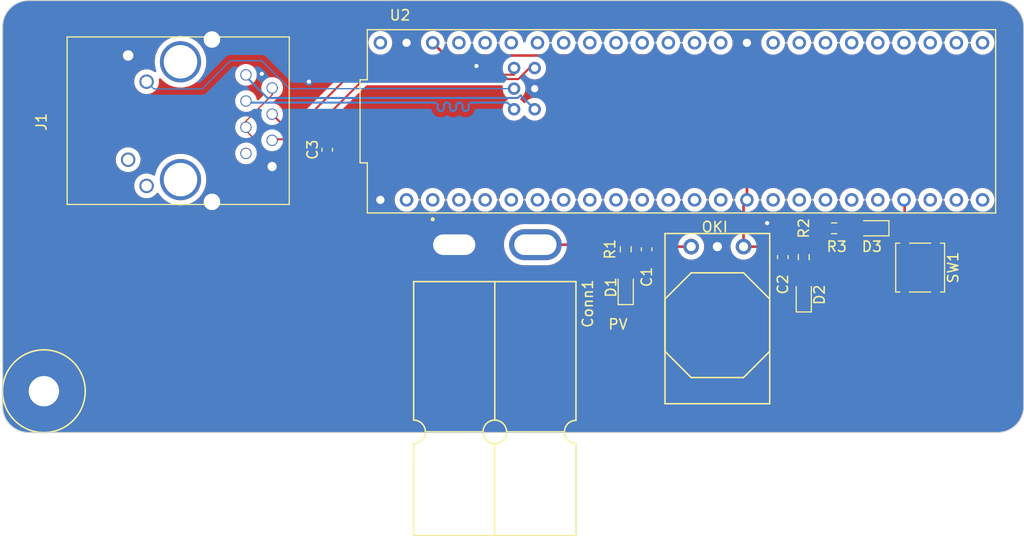
<source format=kicad_pcb>
(kicad_pcb (version 20221018) (generator pcbnew)
  (layers (0 "F.Cu" signal) (31 "B.Cu" signal) (34 "B.Paste" user) (35 "F.Paste" user) (36 "B.SilkS" user "B.Silkscreen") (37 "F.SilkS" user "F.Silkscreen") (38 "B.Mask" user) (39 "F.Mask" user) (44 "Edge.Cuts" user))
  (net 0 "")
  (net 1 "PV")
  (net 2 "GND")
  (net 3 "+3.3V")
  (net 4 "Net-(C3-Pad1)")
  (net 5 "Net-(D1-A)")
  (net 6 "Net-(D2-A)")
  (net 7 "Test_Button")
  (net 8 "Net-(D3-A)")
  (net 10 "Net-(J1-Pad10)")
  (net 12 "/T+")
  (net 13 "/T-")
  (net 15 "/R+")
  (net 16 "/R-")
  (footprint "MRDT_Connectors:Square_Anderson_2_H_Side_By_Side_PV" (layer "F.Cu") (at 100.665 81.9822 90)
    (fp_text reference "Conn1" (at -5.85 13.25 90) (layer "F.SilkS"))
    (fp_text value "AndersonPP")
    (fp_line (start -28.344 -3.637) (end -28.344 12.111) (stroke (width 0.15)) (layer "F.SilkS"))
    (fp_line (start -28.3186 -3.637) (end -20.5716 -3.637) (stroke (width 0.15)) (layer "F.SilkS"))
    (fp_line (start -28.3186 4.2116) (end -19.4286 4.2116) (stroke (width 0.15)) (layer "F.SilkS"))
    (fp_line (start -20.597 12.111) (end -19.4286 12.111) (stroke (width 0.15)) (layer "F.SilkS"))
    (fp_line (start -20.5716 12.111) (end -28.3186 12.111) (stroke (width 0.15)) (layer "F.SilkS"))
    (fp_line (start -19.4286 -3.637) (end -20.6478 -3.637) (stroke (width 0.15)) (layer "F.SilkS"))
    (fp_line (start -18.2856 -2.494) (end -18.2856 -1.3256) (stroke (width 0.15)) (layer "F.SilkS"))
    (fp_line (start -18.2856 1.951) (end -18.2856 -1.3256) (stroke (width 0.15)) (layer "F.SilkS"))
    (fp_line (start -18.2856 1.951) (end -18.2856 3.094) (stroke (width 0.15)) (layer "F.SilkS"))
    (fp_line (start -18.2856 6.523) (end -18.2856 5.38) (stroke (width 0.15)) (layer "F.SilkS"))
    (fp_line (start -18.2856 6.523) (end -18.2856 9.825) (stroke (width 0.15)) (layer "F.SilkS"))
    (fp_line (start -18.2856 9.7996) (end -18.2856 10.968) (stroke (width 0.15)) (layer "F.SilkS"))
    (fp_line (start -16.025 -3.637) (end -17.1172 -3.637) (stroke (width 0.15)) (layer "F.SilkS"))
    (fp_line (start -15.9996 -3.637) (end -3.706 -3.637) (stroke (width 0.15)) (layer "F.SilkS"))
    (fp_line (start -15.9996 4.237) (end -17.1426 4.237) (stroke (width 0.15)) (layer "F.SilkS"))
    (fp_line (start -15.9996 4.237) (end -3.706 4.237) (stroke (width 0.15)) (layer "F.SilkS"))
    (fp_line (start -15.9996 12.111) (end -3.706 12.111) (stroke (width 0.15)) (layer "F.SilkS"))
    (fp_line (start -15.9742 12.111) (end -17.168 12.111) (stroke (width 0.15)) (layer "F.SilkS"))
    (fp_line (start -3.706 -3.637) (end -3.706 12.111) (stroke (width 0.15)) (layer "F.SilkS"))
    (fp_arc (start -19.4032 12.111) (mid -19.075863 11.320737) (end -18.2856 10.9934) (stroke (width 0.15)) (layer "F.SilkS"))
    (fp_arc (start -18.2856 -2.494) (mid -19.093823 -2.828777) (end -19.4286 -3.637) (stroke (width 0.15)) (layer "F.SilkS"))
    (fp_arc (start -18.2856 10.9934) (mid -17.495337 11.320737) (end -17.168 12.111) (stroke (width 0.15)) (layer "F.SilkS"))
    (fp_arc (start -17.1426 -3.637) (mid -17.477377 -2.828777) (end -18.2856 -2.494) (stroke (width 0.15)) (layer "F.SilkS"))
    (fp_circle (center -18.2856 4.237) (end -18.2856 5.38) (stroke (width 0.15)) (fill none) (layer "F.SilkS"))
    (pad "1" thru_hole oval (at -0.1246 0.3 90) (size 3 5.1) (drill oval 2 4.1) (layers "*.Cu" "*.Mask") (net 2 "GND"))
    (pad "4" thru_hole oval (at -0.1246 8.174 90) (size 3 5.1) (drill oval 2 4.1) (layers "*.Cu" "*.Mask") (net 1 "PV"))
  )
  (footprint "Capacitor_SMD:C_0603_1608Metric_Pad1.08x0.95mm_HandSolder" (layer "F.Cu") (at 88.646 72.898 90)
    (fp_text reference "C3" (at 0 -1.43 90) (layer "F.SilkS"))
    (fp_text value "0.1uF")
    (fp_line (start -0.146267 -0.51) (end 0.146267 -0.51) (stroke (width 0.12)) (layer "F.SilkS"))
    (fp_line (start -0.146267 0.51) (end 0.146267 0.51) (stroke (width 0.12)) (layer "F.SilkS"))
    (pad "1" smd roundrect (at -0.8625 0 90) (size 1.075 0.95) (layers "F.Cu" "F.Paste" "F.Mask") (net 4 "Net-(C3-Pad1)"))
    (pad "2" smd roundrect (at 0.8625 0 90) (size 1.075 0.95) (layers "F.Cu" "F.Paste" "F.Mask") (net 2 "GND"))
  )
  (footprint "MRDT_Devices:OKI_Horizontal" (layer "F.Cu") (at 123.952 82.296)
    (fp_text reference "U1" hide)
    (fp_text value "OKI" (at 2.286 -1.905) (layer "F.SilkS"))
    (fp_line (start -2.54 -1.27) (end 7.62 -1.27) (stroke (width 0.15)) (layer "F.SilkS"))
    (fp_line (start -2.54 5.08) (end 0 2.54) (stroke (width 0.15)) (layer "F.SilkS"))
    (fp_line (start -2.54 10.16) (end -2.54 5.08) (stroke (width 0.15)) (layer "F.SilkS"))
    (fp_line (start -2.54 15.24) (end -2.54 -1.27) (stroke (width 0.15)) (layer "F.SilkS"))
    (fp_line (start -2.54 15.24) (end 7.62 15.24) (stroke (width 0.15)) (layer "F.SilkS"))
    (fp_line (start 0 2.54) (end 5.08 2.54) (stroke (width 0.15)) (layer "F.SilkS"))
    (fp_line (start 0 12.7) (end -2.54 10.16) (stroke (width 0.15)) (layer "F.SilkS"))
    (fp_line (start 5.08 2.54) (end 7.62 5.08) (stroke (width 0.15)) (layer "F.SilkS"))
    (fp_line (start 5.08 12.7) (end 0 12.7) (stroke (width 0.15)) (layer "F.SilkS"))
    (fp_line (start 7.62 -1.27) (end 7.62 15.24) (stroke (width 0.15)) (layer "F.SilkS"))
    (fp_line (start 7.62 5.08) (end 7.62 10.16) (stroke (width 0.15)) (layer "F.SilkS"))
    (fp_line (start 7.62 10.16) (end 5.08 12.7) (stroke (width 0.15)) (layer "F.SilkS"))
    (pad "1" thru_hole circle (at 0 0) (size 1.524 1.524) (drill 0.889) (layers "*.Cu" "*.Mask") (net 1 "PV"))
    (pad "2" thru_hole circle (at 2.54 0) (size 1.524 1.524) (drill 0.889) (layers "*.Cu" "*.Mask") (net 2 "GND"))
    (pad "3" thru_hole circle (at 5.08 0) (size 1.524 1.524) (drill 0.889) (layers "*.Cu" "*.Mask") (net 3 "+3.3V"))
  )
  (footprint "Capacitor_SMD:C_0603_1608Metric_Pad1.08x0.95mm_HandSolder" (layer "F.Cu") (at 132.842 83.312 -90)
    (fp_text reference "C2" (at 2.6435 0 90) (layer "F.SilkS"))
    (fp_text value "10uF")
    (fp_line (start -0.146267 -0.51) (end 0.146267 -0.51) (stroke (width 0.12)) (layer "F.SilkS"))
    (fp_line (start -0.146267 0.51) (end 0.146267 0.51) (stroke (width 0.12)) (layer "F.SilkS"))
    (pad "1" smd roundrect (at -0.8625 0 270) (size 1.075 0.95) (layers "F.Cu" "F.Paste" "F.Mask") (net 3 "+3.3V"))
    (pad "2" smd roundrect (at 0.8625 0 270) (size 1.075 0.95) (layers "F.Cu" "F.Paste" "F.Mask") (net 2 "GND"))
  )
  (footprint "MRDT_Shields:Teensy_4_1_Ethernet" (layer "F.Cu") (at 123.01 70.14)
    (fp_text reference "U2" (at -27.305 -10.295) (layer "F.SilkS"))
    (fp_text value "Teensy4.1_DEV-16771")
    (fp_line (start -31.18 4.03) (end -31.18 -4.03) (stroke (width 0.127)) (layer "F.SilkS"))
    (fp_line (start -30.48 -8.89) (end -30.48 -4.03) (stroke (width 0.127)) (layer "F.SilkS"))
    (fp_line (start -30.48 -8.89) (end 30.48 -8.89) (stroke (width 0.127)) (layer "F.SilkS"))
    (fp_line (start -30.48 -4.03) (end -31.18 -4.03) (stroke (width 0.127)) (layer "F.SilkS"))
    (fp_line (start -30.48 4.03) (end -31.18 4.03) (stroke (width 0.127)) (layer "F.SilkS"))
    (fp_line (start -30.48 8.89) (end -30.48 4.03) (stroke (width 0.127)) (layer "F.SilkS"))
    (fp_line (start 30.48 -8.89) (end 30.48 8.89) (stroke (width 0.127)) (layer "F.SilkS"))
    (fp_line (start 30.48 8.89) (end -30.48 8.89) (stroke (width 0.127)) (layer "F.SilkS"))
    (fp_circle (center -24.13 9.5) (end -24.03 9.5) (stroke (width 0.2)) (fill none) (layer "F.SilkS"))
    (pad "0" thru_hole circle (at -26.67 7.62) (size 1.308 1.308) (drill 0.8) (layers "*.Cu" "*.Mask"))
    (pad "1" thru_hole circle (at -24.13 7.62) (size 1.308 1.308) (drill 0.8) (layers "*.Cu" "*.Mask"))
    (pad "2" thru_hole circle (at -21.59 7.62) (size 1.308 1.308) (drill 0.8) (layers "*.Cu" "*.Mask"))
    (pad "3" thru_hole circle (at -19.05 7.62) (size 1.308 1.308) (drill 0.8) (layers "*.Cu" "*.Mask"))
    (pad "3.3V_1" thru_hole circle (at 6.35 7.62) (size 1.308 1.308) (drill 0.8) (layers "*.Cu" "*.Mask") (net 3 "+3.3V"))
    (pad "3.3V_2" thru_hole circle (at -24.13 -7.62) (size 1.308 1.308) (drill 0.8) (layers "*.Cu" "*.Mask") (net 3 "+3.3V"))
    (pad "4" thru_hole circle (at -16.51 7.62) (size 1.308 1.308) (drill 0.8) (layers "*.Cu" "*.Mask"))
    (pad "5" thru_hole circle (at -13.97 7.62) (size 1.308 1.308) (drill 0.8) (layers "*.Cu" "*.Mask"))
    (pad "6" thru_hole circle (at -11.43 7.62) (size 1.308 1.308) (drill 0.8) (layers "*.Cu" "*.Mask"))
    (pad "7" thru_hole circle (at -8.89 7.62) (size 1.308 1.308) (drill 0.8) (layers "*.Cu" "*.Mask"))
    (pad "8" thru_hole circle (at -6.35 7.62) (size 1.308 1.308) (drill 0.8) (layers "*.Cu" "*.Mask"))
    (pad "9" thru_hole circle (at -3.81 7.62) (size 1.308 1.308) (drill 0.8) (layers "*.Cu" "*.Mask"))
    (pad "10" thru_hole circle (at -1.27 7.62) (size 1.308 1.308) (drill 0.8) (layers "*.Cu" "*.Mask"))
    (pad "11" thru_hole circle (at 1.27 7.62) (size 1.308 1.308) (drill 0.8) (layers "*.Cu" "*.Mask"))
    (pad "12" thru_hole circle (at 3.81 7.62) (size 1.308 1.308) (drill 0.8) (layers "*.Cu" "*.Mask"))
    (pad "13" thru_hole circle (at 3.81 -7.62) (size 1.308 1.308) (drill 0.8) (layers "*.Cu" "*.Mask"))
    (pad "14" thru_hole circle (at 1.27 -7.62) (size 1.308 1.308) (drill 0.8) (layers "*.Cu" "*.Mask"))
    (pad "15" thru_hole circle (at -1.27 -7.62) (size 1.308 1.308) (drill 0.8) (layers "*.Cu" "*.Mask"))
    (pad "16" thru_hole circle (at -3.81 -7.62) (size 1.308 1.308) (drill 0.8) (layers "*.Cu" "*.Mask"))
    (pad "17" thru_hole circle (at -6.35 -7.62) (size 1.308 1.308) (drill 0.8) (layers "*.Cu" "*.Mask"))
    (pad "18" thru_hole circle (at -8.89 -7.62) (size 1.308 1.308) (drill 0.8) (layers "*.Cu" "*.Mask"))
    (pad "19" thru_hole circle (at -11.43 -7.62) (size 1.308 1.308) (drill 0.8) (layers "*.Cu" "*.Mask"))
    (pad "20" thru_hole circle (at -13.97 -7.62) (size 1.308 1.308) (drill 0.8) (layers "*.Cu" "*.Mask"))
    (pad "21" thru_hole circle (at -16.51 -7.62) (size 1.308 1.308) (drill 0.8) (layers "*.Cu" "*.Mask"))
    (pad "22" thru_hole circle (at -19.05 -7.62) (size 1.308 1.308) (drill 0.8) (layers "*.Cu" "*.Mask"))
    (pad "23" thru_hole circle (at -21.59 -7.62) (size 1.308 1.308) (drill 0.8) (layers "*.Cu" "*.Mask"))
    (pad "24" thru_hole circle (at 8.89 7.62) (size 1.308 1.308) (drill 0.8) (layers "*.Cu" "*.Mask"))
    (pad "25" thru_hole circle (at 11.43 7.62) (size 1.308 1.308) (drill 0.8) (layers "*.Cu" "*.Mask"))
    (pad "26" thru_hole circle (at 13.97 7.62) (size 1.308 1.308) (drill 0.8) (layers "*.Cu" "*.Mask"))
    (pad "27" thru_hole circle (at 16.51 7.62) (size 1.308 1.308) (drill 0.8) (layers "*.Cu" "*.Mask"))
    (pad "28" thru_hole circle (at 19.05 7.62) (size 1.308 1.308) (drill 0.8) (layers "*.Cu" "*.Mask"))
    (pad "29" thru_hole circle (at 21.59 7.62) (size 1.308 1.308) (drill 0.8) (layers "*.Cu" "*.Mask") (net 7 "Test_Button"))
    (pad "30" thru_hole circle (at 24.13 7.62) (size 1.308 1.308) (drill 0.8) (layers "*.Cu" "*.Mask"))
    (pad "31" thru_hole circle (at 26.67 7.62) (size 1.308 1.308) (drill 0.8) (layers "*.Cu" "*.Mask"))
    (pad "32" thru_hole circle (at 29.21 7.62) (size 1.308 1.308) (drill 0.8) (layers "*.Cu" "*.Mask"))
    (pad "33" thru_hole circle (at 29.21 -7.62) (size 1.308 1.308) (drill 0.8) (layers "*.Cu" "*.Mask"))
    (pad "34" thru_hole circle (at 26.67 -7.62) (size 1.308 1.308) (drill 0.8) (layers "*.Cu" "*.Mask"))
    (pad "35" thru_hole circle (at 24.13 -7.62) (size 1.308 1.308) (drill 0.8) (layers "*.Cu" "*.Mask"))
    (pad "36" thru_hole circle (at 21.59 -7.62) (size 1.308 1.308) (drill 0.8) (layers "*.Cu" "*.Mask"))
    (pad "37" thru_hole circle (at 19.05 -7.62) (size 1.308 1.308) (drill 0.8) (layers "*.Cu" "*.Mask"))
    (pad "38" thru_hole circle (at 16.51 -7.62) (size 1.308 1.308) (drill 0.8) (layers "*.Cu" "*.Mask"))
    (pad "39" thru_hole circle (at 13.97 -7.62) (size 1.308 1.308) (drill 0.8) (layers "*.Cu" "*.Mask"))
    (pad "40" thru_hole circle (at 11.43 -7.62) (size 1.308 1.308) (drill 0.8) (layers "*.Cu" "*.Mask"))
    (pad "41" thru_hole circle (at 8.89 -7.62) (size 1.308 1.308) (drill 0.8) (layers "*.Cu" "*.Mask"))
    (pad "GND1" thru_hole circle (at -29.21 7.62) (size 1.308 1.308) (drill 0.8) (layers "*.Cu" "*.Mask") (net 2 "GND"))
    (pad "GND2" thru_hole circle (at 6.35 -7.62) (size 1.308 1.308) (drill 0.8) (layers "*.Cu" "*.Mask") (net 2 "GND"))
    (pad "GND3" thru_hole circle (at -26.67 -7.62) (size 1.308 1.308) (drill 0.8) (layers "*.Cu" "*.Mask") (net 2 "GND"))
    (pad "GND5" thru_hole circle (at -14.24 -3.17) (size 1.208 1.208) (drill 0.7) (layers "*.Cu" "*.Mask") (net 2 "GND"))
    (pad "LED" thru_hole circle (at -16.24 -3.17) (size 1.208 1.208) (drill 0.7) (layers "*.Cu" "*.Mask") (net 10 "Net-(J1-Pad10)"))
    (pad "R+" thru_hole circle (at -16.24 -5.17) (size 1.208 1.208) (drill 0.7) (layers "*.Cu" "*.Mask") (net 15 "/R+"))
    (pad "R-" thru_hole circle (at -14.24 -5.17) (size 1.208 1.208) (drill 0.7) (layers "*.Cu" "*.Mask") (net 16 "/R-"))
    (pad "T+" thru_hole circle (at -14.24 -1.17) (size 1.208 1.208) (drill 0.7) (layers "*.Cu" "*.Mask") (net 12 "/T+"))
    (pad "T-" thru_hole circle (at -16.24 -1.17) (size 1.208 1.208) (drill 0.7) (layers "*.Cu" "*.Mask") (net 13 "/T-"))
    (pad "VIN" thru_hole circle (at -29.21 -7.62) (size 1.308 1.308) (drill 0.8) (layers "*.Cu" "*.Mask"))
  )
  (footprint "MRDT_Drill_Holes:4_40_Hole_Corner" (layer "F.Cu") (at 57.15 100.33)
    (fp_text reference "REF**" hide)
    (fp_text value "4_40_Hole" hide)
    (fp_circle (center 4.00812 -4.00812) (end 4.00812 0.00508) (stroke (width 0.15)) (fill none) (layer "F.SilkS"))
    (pad "" np_thru_hole circle (at 4.00812 -4.00812) (size 2.9464 2.9464) (drill 2.9464) (layers "*.Cu" "*.Mask") (clearance 2.5))
  )
  (footprint "Capacitor_SMD:C_0603_1608Metric_Pad1.08x0.95mm_HandSolder" (layer "F.Cu") (at 119.634 82.55 -90)
    (fp_text reference "C1" (at 2.6905 0 90) (layer "F.SilkS"))
    (fp_text value "10uF")
    (fp_line (start -0.146267 -0.51) (end 0.146267 -0.51) (stroke (width 0.12)) (layer "F.SilkS"))
    (fp_line (start -0.146267 0.51) (end 0.146267 0.51) (stroke (width 0.12)) (layer "F.SilkS"))
    (pad "1" smd roundrect (at -0.8625 0 270) (size 1.075 0.95) (layers "F.Cu" "F.Paste" "F.Mask") (net 1 "PV"))
    (pad "2" smd roundrect (at 0.8625 0 270) (size 1.075 0.95) (layers "F.Cu" "F.Paste" "F.Mask") (net 2 "GND"))
  )
  (footprint "Resistor_SMD:R_0603_1608Metric_Pad0.98x0.95mm_HandSolder" (layer "F.Cu") (at 134.874 83.312 -90)
    (fp_text reference "R2" (at -2.794 0 90) (layer "F.SilkS"))
    (fp_text value "120")
    (fp_line (start -0.254724 -0.5225) (end 0.254724 -0.5225) (stroke (width 0.12)) (layer "F.SilkS"))
    (fp_line (start -0.254724 0.5225) (end 0.254724 0.5225) (stroke (width 0.12)) (layer "F.SilkS"))
    (pad "1" smd roundrect (at -0.9125 0 270) (size 0.975 0.95) (layers "F.Cu" "F.Paste" "F.Mask") (net 3 "+3.3V"))
    (pad "2" smd roundrect (at 0.9125 0 270) (size 0.975 0.95) (layers "F.Cu" "F.Paste" "F.Mask") (net 6 "Net-(D2-A)"))
  )
  (footprint "LED_SMD:LED_0603_1608Metric_Pad1.05x0.95mm_HandSolder" (layer "F.Cu") (at 141.478 80.518 180)
    (fp_text reference "D3" (at 0 -1.778) (layer "F.SilkS"))
    (fp_text value "Blue")
    (fp_line (start -1.66 -0.735) (end -1.66 0.735) (stroke (width 0.12)) (layer "F.SilkS"))
    (fp_line (start -1.66 0.735) (end 0.8 0.735) (stroke (width 0.12)) (layer "F.SilkS"))
    (fp_line (start 0.8 -0.735) (end -1.66 -0.735) (stroke (width 0.12)) (layer "F.SilkS"))
    (pad "1" smd roundrect (at -0.875 0 180) (size 1.05 0.95) (layers "F.Cu" "F.Paste" "F.Mask") (net 7 "Test_Button"))
    (pad "2" smd roundrect (at 0.875 0 180) (size 1.05 0.95) (layers "F.Cu" "F.Paste" "F.Mask") (net 8 "Net-(D3-A)"))
  )
  (footprint "LED_SMD:LED_0603_1608Metric_Pad1.05x0.95mm_HandSolder" (layer "F.Cu") (at 117.602 86.2565 90)
    (fp_text reference "D1" (at 0 -1.43 90) (layer "F.SilkS"))
    (fp_text value "Green")
    (fp_line (start -1.66 -0.735) (end -1.66 0.735) (stroke (width 0.12)) (layer "F.SilkS"))
    (fp_line (start -1.66 0.735) (end 0.8 0.735) (stroke (width 0.12)) (layer "F.SilkS"))
    (fp_line (start 0.8 -0.735) (end -1.66 -0.735) (stroke (width 0.12)) (layer "F.SilkS"))
    (pad "1" smd roundrect (at -0.875 0 90) (size 1.05 0.95) (layers "F.Cu" "F.Paste" "F.Mask") (net 2 "GND"))
    (pad "2" smd roundrect (at 0.875 0 90) (size 1.05 0.95) (layers "F.Cu" "F.Paste" "F.Mask") (net 5 "Net-(D1-A)"))
  )
  (footprint "Resistor_SMD:R_0603_1608Metric_Pad0.98x0.95mm_HandSolder" (layer "F.Cu") (at 137.8185 80.518)
    (fp_text reference "R3" (at 0.254 1.778) (layer "F.SilkS"))
    (fp_text value "120")
    (fp_line (start -0.254724 -0.5225) (end 0.254724 -0.5225) (stroke (width 0.12)) (layer "F.SilkS"))
    (fp_line (start -0.254724 0.5225) (end 0.254724 0.5225) (stroke (width 0.12)) (layer "F.SilkS"))
    (pad "1" smd roundrect (at -0.9125 0) (size 0.975 0.95) (layers "F.Cu" "F.Paste" "F.Mask") (net 3 "+3.3V"))
    (pad "2" smd roundrect (at 0.9125 0) (size 0.975 0.95) (layers "F.Cu" "F.Paste" "F.Mask") (net 8 "Net-(D3-A)"))
  )
  (footprint "Button_Switch_SMD:SW_SPST_TL3305A" (layer "F.Cu") (at 146.163 84.328 -90)
    (fp_text reference "SW1" (at 0 -3.2 90) (layer "F.SilkS"))
    (fp_text value "SW_Push")
    (fp_line (start -2.37 -2.37) (end -2.37 -1.97) (stroke (width 0.12)) (layer "F.SilkS"))
    (fp_line (start -2.37 -2.37) (end 2.37 -2.37) (stroke (width 0.12)) (layer "F.SilkS"))
    (fp_line (start -2.37 1.03) (end -2.37 -1.03) (stroke (width 0.12)) (layer "F.SilkS"))
    (fp_line (start -2.37 2.37) (end -2.37 1.97) (stroke (width 0.12)) (layer "F.SilkS"))
    (fp_line (start -2.37 2.37) (end 2.37 2.37) (stroke (width 0.12)) (layer "F.SilkS"))
    (fp_line (start 2.37 -2.37) (end 2.37 -1.97) (stroke (width 0.12)) (layer "F.SilkS"))
    (fp_line (start 2.37 1.03) (end 2.37 -1.03) (stroke (width 0.12)) (layer "F.SilkS"))
    (fp_line (start 2.37 2.37) (end 2.37 1.97) (stroke (width 0.12)) (layer "F.SilkS"))
    (pad "1" smd rect (at -3.6 -1.5 270) (size 1.6 1.4) (layers "F.Cu" "F.Paste" "F.Mask") (net 2 "GND"))
    (pad "1" smd rect (at 3.6 -1.5 270) (size 1.6 1.4) (layers "F.Cu" "F.Paste" "F.Mask") (net 2 "GND"))
    (pad "2" smd rect (at -3.6 1.5 270) (size 1.6 1.4) (layers "F.Cu" "F.Paste" "F.Mask") (net 7 "Test_Button"))
    (pad "2" smd rect (at 3.6 1.5 270) (size 1.6 1.4) (layers "F.Cu" "F.Paste" "F.Mask") (net 7 "Test_Button"))
  )
  (footprint "Resistor_SMD:R_0603_1608Metric_Pad0.98x0.95mm_HandSolder" (layer "F.Cu") (at 117.602 82.55 -90)
    (fp_text reference "R1" (at 0 1.524 90) (layer "F.SilkS"))
    (fp_text value "3k")
    (fp_line (start -0.254724 -0.5225) (end 0.254724 -0.5225) (stroke (width 0.12)) (layer "F.SilkS"))
    (fp_line (start -0.254724 0.5225) (end 0.254724 0.5225) (stroke (width 0.12)) (layer "F.SilkS"))
    (pad "1" smd roundrect (at -0.9125 0 270) (size 0.975 0.95) (layers "F.Cu" "F.Paste" "F.Mask") (net 1 "PV"))
    (pad "2" smd roundrect (at 0.9125 0 270) (size 0.975 0.95) (layers "F.Cu" "F.Paste" "F.Mask") (net 5 "Net-(D1-A)"))
  )
  (footprint "MRDT_Connectors:RJ45_Teensy" (layer "F.Cu") (at 61.41 70.204 -90)
    (fp_text reference "J1" (at 0 0.5 90) (layer "F.SilkS"))
    (fp_text value "RJ45_LED_Shielded")
    (fp_line (start -8.25 -23.55) (end 8 -23.55) (stroke (width 0.12)) (layer "F.SilkS"))
    (fp_line (start -8.25 -2) (end -8.25 -23.55) (stroke (width 0.12)) (layer "F.SilkS"))
    (fp_line (start -8.25 -2) (end 8 -2) (stroke (width 0.12)) (layer "F.SilkS"))
    (fp_line (start 8 -2) (end 8 -23.55) (stroke (width 0.12)) (layer "F.SilkS"))
    (pad "1" thru_hole circle (at -4.57 -19.35 270) (size 1.1 1.1) (drill 0.9) (layers "*.Cu" "*.Mask") (net 12 "/T+"))
    (pad "2" thru_hole circle (at -3.3 -21.89 270) (size 1.1 1.1) (drill 0.9) (layers "*.Cu" "*.Mask") (net 4 "Net-(C3-Pad1)"))
    (pad "3" thru_hole circle (at -2.03 -19.35 270) (size 1.1 1.1) (drill 0.9) (layers "*.Cu" "*.Mask") (net 13 "/T-"))
    (pad "4" thru_hole circle (at -0.76 -21.89 270) (size 1.1 1.1) (drill 0.9) (layers "*.Cu" "*.Mask") (net 15 "/R+"))
    (pad "5" thru_hole circle (at 0.51 -19.35 270) (size 1.1 1.1) (drill 0.9) (layers "*.Cu" "*.Mask") (net 4 "Net-(C3-Pad1)"))
    (pad "6" thru_hole circle (at 1.78 -21.89 270) (size 1.1 1.1) (drill 0.9) (layers "*.Cu" "*.Mask") (net 16 "/R-"))
    (pad "7" thru_hole circle (at 3.05 -19.35 270) (size 1.1 1.1) (drill 0.9) (layers "*.Cu" "*.Mask"))
    (pad "8" thru_hole circle (at 4.32 -21.89 270) (size 1.1 1.1) (drill 0.9) (layers "*.Cu" "*.Mask") (net 2 "GND"))
    (pad "9" thru_hole circle (at -6.45 -7.92 270) (size 1.4 1.4) (drill 1.02) (layers "*.Cu" "*.Mask") (net 2 "GND"))
    (pad "10" thru_hole circle (at -3.91 -9.71 270) (size 1.4 1.4) (drill 1.02) (layers "*.Cu" "*.Mask") (net 10 "Net-(J1-Pad10)"))
    (pad "11" thru_hole circle (at 3.66 -7.92 270) (size 1.4 1.4) (drill 1.02) (layers "*.Cu" "*.Mask"))
    (pad "12" thru_hole circle (at 6.2 -9.71 270) (size 1.4 1.4) (drill 1.02) (layers "*.Cu" "*.Mask"))
    (pad "13" thru_hole circle (at -5.84 -13 270) (size 4 4) (drill 3.25) (layers "*.Cu" "*.Mask"))
    (pad "14" thru_hole circle (at 5.59 -13 270) (size 4 4) (drill 3.25) (layers "*.Cu" "*.Mask"))
    (pad "SH" thru_hole circle (at -8 -16.05 270) (size 2 2) (drill 1.6) (layers "*.Cu" "*.Mask") (net 2 "GND"))
    (pad "SH" thru_hole circle (at 7.75 -16.05 270) (size 2 2) (drill 1.6) (layers "*.Cu" "*.Mask") (net 2 "GND"))
  )
  (footprint "LED_SMD:LED_0603_1608Metric_Pad1.05x0.95mm_HandSolder" (layer "F.Cu") (at 134.874 86.9715 90)
    (fp_text reference "D2" (at 0 1.524 90) (layer "F.SilkS"))
    (fp_text value "Green")
    (fp_line (start -1.66 -0.735) (end -1.66 0.735) (stroke (width 0.12)) (layer "F.SilkS"))
    (fp_line (start -1.66 0.735) (end 0.8 0.735) (stroke (width 0.12)) (layer "F.SilkS"))
    (fp_line (start 0.8 -0.735) (end -1.66 -0.735) (stroke (width 0.12)) (layer "F.SilkS"))
    (pad "1" smd roundrect (at -0.875 0 90) (size 1.05 0.95) (layers "F.Cu" "F.Paste" "F.Mask") (net 2 "GND"))
    (pad "2" smd roundrect (at 0.875 0 90) (size 1.05 0.95) (layers "F.Cu" "F.Paste" "F.Mask") (net 6 "Net-(D2-A)"))
  )
  (gr_line (start 153.67 58.42) (end 59.69 58.42) (stroke (width 0.1)) (layer "Edge.Cuts"))
  (gr_arc (start 59.69 100.33) (mid 57.893949 99.586051) (end 57.15 97.79) (stroke (width 0.1)) (layer "Edge.Cuts"))
  (gr_arc (start 57.15 60.96) (mid 57.893949 59.163949) (end 59.69 58.42) (stroke (width 0.1)) (layer "Edge.Cuts"))
  (gr_line (start 57.15 60.96) (end 57.15 97.79) (stroke (width 0.1)) (layer "Edge.Cuts"))
  (gr_arc (start 153.67 58.42) (mid 155.466051 59.163949) (end 156.21 60.96) (stroke (width 0.1)) (layer "Edge.Cuts"))
  (gr_line (start 59.69 100.33) (end 153.67 100.33) (stroke (width 0.1)) (layer "Edge.Cuts"))
  (gr_arc (start 156.21 97.79) (mid 155.466051 99.586051) (end 153.67 100.33) (stroke (width 0.1)) (layer "Edge.Cuts"))
  (gr_line (start 156.21 97.79) (end 156.21 60.96) (stroke (width 0.1)) (layer "Edge.Cuts"))
  (gr_text "PV" (at 115.824 90.424) (layer "F.SilkS") (effects (font (size 1 1)) (justify left bottom)))
  (segment (start 108.839 82.1068) (end 117.1327 82.1068) (width 0.254) (layer "F.Cu") (net 1))
  (segment (start 120.2425 82.296) (end 123.952 82.296) (width 0.254) (layer "F.Cu") (net 1))
  (segment (start 117.1327 82.1068) (end 117.602 81.6375) (width 0.254) (layer "F.Cu") (net 1))
  (segment (start 119.634 81.6875) (end 120.2425 82.296) (width 0.254) (layer "F.Cu") (net 1))
  (segment (start 117.602 81.6375) (end 119.584 81.6375) (width 0.254) (layer "F.Cu") (net 1))
  (segment (start 119.584 81.6375) (end 119.634 81.6875) (width 0.254) (layer "F.Cu") (net 1))
  (via (at 82.296 65.532) (size 0.8) (drill 0.4) (layers "F.Cu" "B.Cu") (net 2))
  (via (at 131.318 80.01) (size 0.8) (drill 0.4) (layers "F.Cu" "B.Cu") (net 2))
  (via (at 103.124 64.77) (size 0.8) (drill 0.4) (layers "F.Cu" "B.Cu") (net 2))
  (via (at 86.868 66.294) (size 0.8) (drill 0.4) (layers "F.Cu" "B.Cu") (net 2))
  (segment (start 132.6885 82.296) (end 132.842 82.4495) (width 0.254) (layer "F.Cu") (net 3))
  (segment (start 135.0245 82.3995) (end 136.906 80.518) (width 0.254) (layer "F.Cu") (net 3))
  (segment (start 134.874 82.3995) (end 135.0245 82.3995) (width 0.254) (layer "F.Cu") (net 3))
  (segment (start 134.824 82.4495) (end 134.874 82.3995) (width 0.254) (layer "F.Cu") (net 3))
  (segment (start 129.36 78.285) (end 129.36 77.76) (width 0.254) (layer "F.Cu") (net 3))
  (segment (start 100.114 63.754) (end 98.88 62.52) (width 0.254) (layer "F.Cu") (net 3))
  (segment (start 129.032 82.296) (end 132.6885 82.296) (width 0.254) (layer "F.Cu") (net 3))
  (segment (start 129.032 82.296) (end 129.032 78.088) (width 0.254) (layer "F.Cu") (net 3))
  (segment (start 129.36 73.48) (end 119.634 63.754) (width 0.254) (layer "F.Cu") (net 3))
  (segment (start 129.032 78.088) (end 129.36 77.76) (width 0.254) (layer "F.Cu") (net 3))
  (segment (start 129.36 77.76) (end 129.36 73.48) (width 0.254) (layer "F.Cu") (net 3))
  (segment (start 119.634 63.754) (end 100.114 63.754) (width 0.254) (layer "F.Cu") (net 3))
  (segment (start 132.842 82.4495) (end 134.824 82.4495) (width 0.254) (layer "F.Cu") (net 3))
  (segment (start 80.76 70.714) (end 80.76 70.116) (width 0.127) (layer "F.Cu") (net 4))
  (segment (start 80.76 70.116) (end 83.3 67.576) (width 0.127) (layer "F.Cu") (net 4))
  (segment (start 83.3 67.576) (end 83.3 66.904) (width 0.127) (layer "F.Cu") (net 4))
  (segment (start 80.76 71.038) (end 80.76 70.714) (width 0.127) (layer "F.Cu") (net 4))
  (segment (start 88.646 73.7605) (end 88.2915 73.406) (width 0.127) (layer "F.Cu") (net 4))
  (segment (start 83.128 73.406) (end 80.76 71.038) (width 0.127) (layer "F.Cu") (net 4))
  (segment (start 88.2915 73.406) (end 83.128 73.406) (width 0.127) (layer "F.Cu") (net 4))
  (segment (start 117.602 83.4625) (end 117.602 85.3815) (width 0.254) (layer "F.Cu") (net 5))
  (segment (start 134.874 84.2245) (end 134.874 86.0965) (width 0.254) (layer "F.Cu") (net 6))
  (segment (start 144.663 77.823) (end 144.6 77.76) (width 0.254) (layer "F.Cu") (net 7))
  (segment (start 144.663 80.728) (end 144.663 77.823) (width 0.254) (layer "F.Cu") (net 7))
  (segment (start 142.353 80.518) (end 144.453 80.518) (width 0.254) (layer "F.Cu") (net 7))
  (segment (start 144.663 87.928) (end 144.663 80.728) (width 0.254) (layer "F.Cu") (net 7))
  (segment (start 144.453 80.518) (end 144.663 80.728) (width 0.254) (layer "F.Cu") (net 7))
  (segment (start 138.731 80.518) (end 140.603 80.518) (width 0.254) (layer "F.Cu") (net 8))
  (segment (start 71.82 66.994) (end 76.516 66.994) (width 0.127) (layer "B.Cu") (net 10))
  (segment (start 71.12 66.294) (end 71.82 66.994) (width 0.127) (layer "B.Cu") (net 10))
  (segment (start 85.004 66.97) (end 106.77 66.97) (width 0.127) (layer "B.Cu") (net 10))
  (segment (start 76.516 66.994) (end 79.248 64.262) (width 0.127) (layer "B.Cu") (net 10))
  (segment (start 79.248 64.262) (end 82.296 64.262) (width 0.127) (layer "B.Cu") (net 10))
  (segment (start 82.296 64.262) (end 85.004 66.97) (width 0.127) (layer "B.Cu") (net 10))
  (segment (start 82.836959 67.874) (end 107.14445 67.874) (width 0.2) (layer "B.Cu") (net 12))
  (segment (start 80.76 65.797041) (end 82.836959 67.874) (width 0.2) (layer "B.Cu") (net 12))
  (segment (start 107.409225 67.609225) (end 108.77 68.97) (width 0.2) (layer "B.Cu") (net 12))
  (segment (start 80.76 65.634) (end 80.76 65.797041) (width 0.2) (layer "B.Cu") (net 12))
  (segment (start 107.14445 67.874) (end 107.409225 67.609225) (width 0.2) (layer "B.Cu") (net 12))
  (segment (start 99.96 68.843388) (end 99.96 68.62398) (width 0.2) (layer "B.Cu") (net 13))
  (segment (start 106.12398 68.32398) (end 106.77 68.97) (width 0.2) (layer "B.Cu") (net 13))
  (segment (start 102.66 68.32398) (end 103.31 68.32398) (width 0.2) (layer "B.Cu") (net 13))
  (segment (start 101.16 68.843388) (end 101.16 68.62398) (width 0.2) (layer "B.Cu") (net 13))
  (segment (start 102.36 68.843388) (end 102.36 68.62398) (width 0.2) (layer "B.Cu") (net 13))
  (segment (start 80.912 68.326) (end 82.950192 68.326) (width 0.2) (layer "B.Cu") (net 13))
  (segment (start 99.36 68.62398) (end 99.36 68.843388) (width 0.2) (layer "B.Cu") (net 13))
  (segment (start 82.950192 68.326) (end 82.952212 68.32398) (width 0.2) (layer "B.Cu") (net 13))
  (segment (start 82.952212 68.32398) (end 99.06 68.32398) (width 0.2) (layer "B.Cu") (net 13))
  (segment (start 103.31 68.32398) (end 106.12398 68.32398) (width 0.2) (layer "B.Cu") (net 13))
  (segment (start 80.76 68.174) (end 80.912 68.326) (width 0.2) (layer "B.Cu") (net 13))
  (segment (start 100.56 68.62398) (end 100.56 68.843388) (width 0.2) (layer "B.Cu") (net 13))
  (segment (start 101.76 68.62398) (end 101.76 68.843388) (width 0.2) (layer "B.Cu") (net 13))
  (arc (start 100.26 68.32398) (mid 100.472132 68.411848) (end 100.56 68.62398) (width 0.2) (layer "B.Cu") (net 13))
  (arc (start 101.16 68.62398) (mid 101.247868 68.411848) (end 101.46 68.32398) (width 0.2) (layer "B.Cu") (net 13))
  (arc (start 99.36 68.843388) (mid 99.447868 69.05552) (end 99.66 69.143388) (width 0.2) (layer "B.Cu") (net 13))
  (arc (start 100.56 68.843388) (mid 100.647868 69.05552) (end 100.86 69.143388) (width 0.2) (layer "B.Cu") (net 13))
  (arc (start 102.36 68.62398) (mid 102.447868 68.411848) (end 102.66 68.32398) (width 0.2) (layer "B.Cu") (net 13))
  (arc (start 101.46 68.32398) (mid 101.672132 68.411848) (end 101.76 68.62398) (width 0.2) (layer "B.Cu") (net 13))
  (arc (start 102.06 69.143388) (mid 102.272132 69.05552) (end 102.36 68.843388) (width 0.2) (layer "B.Cu") (net 13))
  (arc (start 99.96 68.62398) (mid 100.047868 68.411848) (end 100.26 68.32398) (width 0.2) (layer "B.Cu") (net 13))
  (arc (start 99.66 69.143388) (mid 99.872132 69.05552) (end 99.96 68.843388) (width 0.2) (layer "B.Cu") (net 13))
  (arc (start 101.76 68.843388) (mid 101.847868 69.05552) (end 102.06 69.143388) (width 0.2) (layer "B.Cu") (net 13))
  (arc (start 99.06 68.32398) (mid 99.272132 68.411848) (end 99.36 68.62398) (width 0.2) (layer "B.Cu") (net 13))
  (arc (start 100.86 69.143388) (mid 101.072132 69.05552) (end 101.16 68.843388) (width 0.2) (layer "B.Cu") (net 13))
  (segment (start 90.84798 65.61602) (end 98.438 65.61602) (width 0.2) (layer "F.Cu") (net 15))
  (segment (start 84.722 70.866) (end 85.598 70.866) (width 0.2) (layer "F.Cu") (net 15))
  (segment (start 85.598 70.866) (end 90.84798 65.61602) (width 0.2) (layer "F.Cu") (net 15))
  (segment (start 98.738 65.31602) (end 98.738 65.151654) (width 0.2) (layer "F.Cu") (net 15))
  (segment (start 83.3 69.444) (end 84.722 70.866) (width 0.2) (layer "F.Cu") (net 15))
  (segment (start 106.77 65.61602) (end 106.77 64.97) (width 0.2) (layer "F.Cu") (net 15))
  (segment (start 100.838 65.61602) (end 106.77 65.61602) (width 0.2) (layer "F.Cu") (net 15))
  (segment (start 99.938 65.31602) (end 99.938 65.151666) (width 0.2) (layer "F.Cu") (net 15))
  (segment (start 99.338 65.151654) (end 99.338 65.31602) (width 0.2) (layer "F.Cu") (net 15))
  (segment (start 100.538 65.151666) (end 100.538 65.31602) (width 0.2) (layer "F.Cu") (net 15))
  (arc (start 99.038 64.851654) (mid 99.250132 64.939522) (end 99.338 65.151654) (width 0.2) (layer "F.Cu") (net 15))
  (arc (start 98.738 65.151654) (mid 98.825868 64.939522) (end 99.038 64.851654) (width 0.2) (layer "F.Cu") (net 15))
  (arc (start 100.538 65.31602) (mid 100.625868 65.528152) (end 100.838 65.61602) (width 0.2) (layer "F.Cu") (net 15))
  (arc (start 99.338 65.31602) (mid 99.425868 65.528152) (end 99.638 65.61602) (width 0.2) (layer "F.Cu") (net 15))
  (arc (start 99.638 65.61602) (mid 99.850132 65.528152) (end 99.938 65.31602) (width 0.2) (layer "F.Cu") (net 15))
  (arc (start 99.938 65.151666) (mid 100.025868 64.939534) (end 100.238 64.851666) (width 0.2) (layer "F.Cu") (net 15))
  (arc (start 100.238 64.851666) (mid 100.450132 64.939534) (end 100.538 65.151666) (width 0.2) (layer "F.Cu") (net 15))
  (arc (start 98.438 65.61602) (mid 98.650132 65.528152) (end 98.738 65.31602) (width 0.2) (layer "F.Cu") (net 15))
  (segment (start 92.202 66.04) (end 86.36 71.882) (width 0.2) (layer "F.Cu") (net 16))
  (segment (start 108.77 64.933225) (end 108.294775 64.933225) (width 0.2) (layer "F.Cu") (net 16))
  (segment (start 83.402 71.882) (end 83.3 71.984) (width 0.2) (layer "F.Cu") (net 16))
  (segment (start 108.294775 64.933225) (end 107.188 66.04) (width 0.2) (layer "F.Cu") (net 16))
  (segment (start 107.188 66.04) (end 92.202 66.04) (width 0.2) (layer "F.Cu") (net 16))
  (segment (start 86.36 71.882) (end 83.402 71.882) (width 0.2) (layer "F.Cu") (net 16))
  (zone (net 2) (net_name "GND") (layers "F&B.Cu") (connect_pads yes (clearance 0.5)) (min_thickness 0.25) (fill yes (thermal_gap 0.5) (thermal_bridge_width 0.5))
    (polygon (pts (xy 57.15 58.42) (xy 156.21 58.42) (xy 156.21 100.33) (xy 57.15 100.33)))
  )
)
</source>
